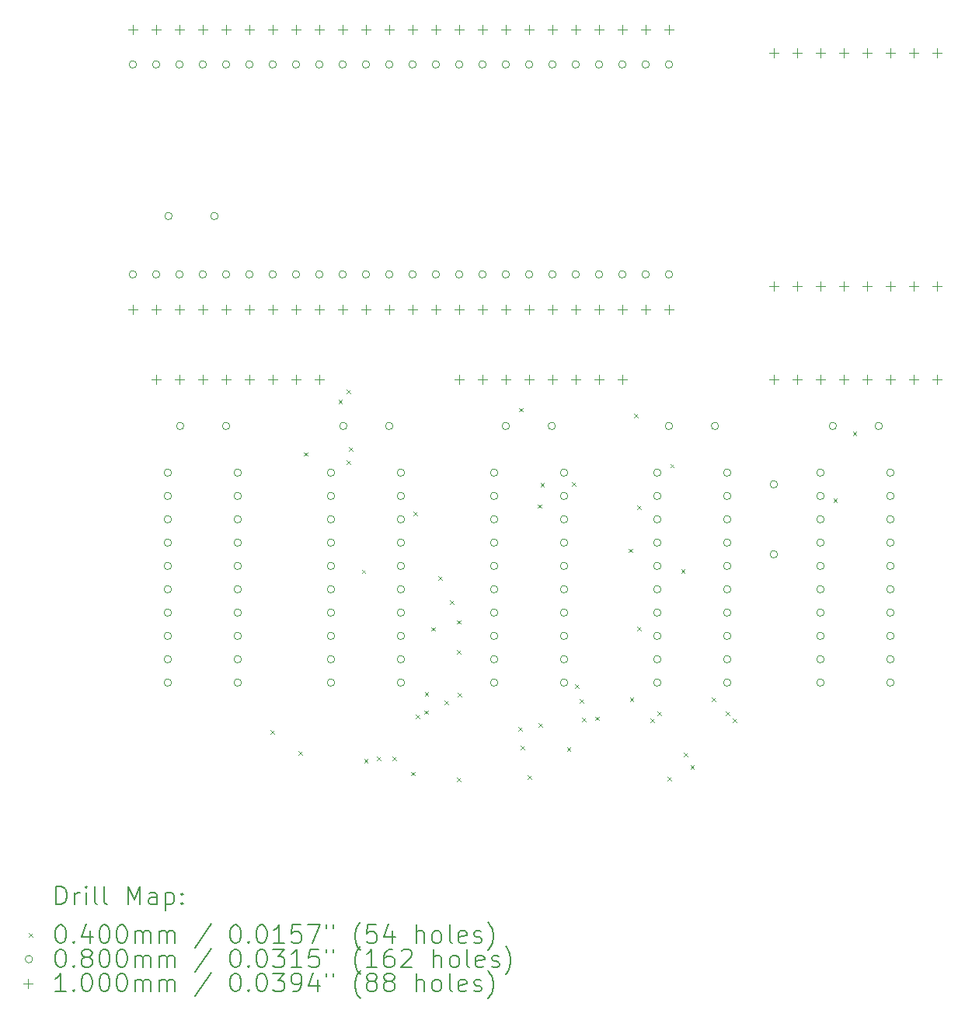
<source format=gbr>
%TF.GenerationSoftware,KiCad,Pcbnew,(6.0.9)*%
%TF.CreationDate,2023-03-08T22:08:51+01:00*%
%TF.ProjectId,03_Cartucho_MSX_Tang_Nano_9k_Breakout,30335f43-6172-4747-9563-686f5f4d5358,rev?*%
%TF.SameCoordinates,Original*%
%TF.FileFunction,Drillmap*%
%TF.FilePolarity,Positive*%
%FSLAX45Y45*%
G04 Gerber Fmt 4.5, Leading zero omitted, Abs format (unit mm)*
G04 Created by KiCad (PCBNEW (6.0.9)) date 2023-03-08 22:08:51*
%MOMM*%
%LPD*%
G01*
G04 APERTURE LIST*
%ADD10C,0.200000*%
%ADD11C,0.040000*%
%ADD12C,0.080000*%
%ADD13C,0.100000*%
G04 APERTURE END LIST*
D10*
D11*
X8232630Y-12710550D02*
X8272630Y-12750550D01*
X8272630Y-12710550D02*
X8232630Y-12750550D01*
X8533910Y-12940400D02*
X8573910Y-12980400D01*
X8573910Y-12940400D02*
X8533910Y-12980400D01*
X8597960Y-9685490D02*
X8637960Y-9725490D01*
X8637960Y-9685490D02*
X8597960Y-9725490D01*
X8971140Y-9111320D02*
X9011140Y-9151320D01*
X9011140Y-9111320D02*
X8971140Y-9151320D01*
X9058510Y-9001020D02*
X9098510Y-9041020D01*
X9098510Y-9001020D02*
X9058510Y-9041020D01*
X9058550Y-9775670D02*
X9098550Y-9815670D01*
X9098550Y-9775670D02*
X9058550Y-9815670D01*
X9086830Y-9627670D02*
X9126830Y-9667670D01*
X9126830Y-9627670D02*
X9086830Y-9667670D01*
X9225840Y-10962260D02*
X9265840Y-11002260D01*
X9265840Y-10962260D02*
X9225840Y-11002260D01*
X9251000Y-13022150D02*
X9291000Y-13062150D01*
X9291000Y-13022150D02*
X9251000Y-13062150D01*
X9392070Y-12999060D02*
X9432070Y-13039060D01*
X9432070Y-12999060D02*
X9392070Y-13039060D01*
X9562150Y-13000550D02*
X9602150Y-13040550D01*
X9602150Y-13000550D02*
X9562150Y-13040550D01*
X9760840Y-13164850D02*
X9800840Y-13204850D01*
X9800840Y-13164850D02*
X9760840Y-13204850D01*
X9786980Y-10330810D02*
X9826980Y-10370810D01*
X9826980Y-10330810D02*
X9786980Y-10370810D01*
X9811720Y-12541920D02*
X9851720Y-12581920D01*
X9851720Y-12541920D02*
X9811720Y-12581920D01*
X9906670Y-12495430D02*
X9946670Y-12535430D01*
X9946670Y-12495430D02*
X9906670Y-12535430D01*
X9911120Y-12298030D02*
X9951120Y-12338030D01*
X9951120Y-12298030D02*
X9911120Y-12338030D01*
X9985660Y-11590220D02*
X10025660Y-11630220D01*
X10025660Y-11590220D02*
X9985660Y-11630220D01*
X10059320Y-11033690D02*
X10099320Y-11073690D01*
X10099320Y-11033690D02*
X10059320Y-11073690D01*
X10129550Y-12391770D02*
X10169550Y-12431770D01*
X10169550Y-12391770D02*
X10129550Y-12431770D01*
X10187550Y-11297480D02*
X10227550Y-11337480D01*
X10227550Y-11297480D02*
X10187550Y-11337480D01*
X10260060Y-11512510D02*
X10300060Y-11552510D01*
X10300060Y-11512510D02*
X10260060Y-11552510D01*
X10260620Y-11840120D02*
X10300620Y-11880120D01*
X10300620Y-11840120D02*
X10260620Y-11880120D01*
X10264190Y-13226840D02*
X10304190Y-13266840D01*
X10304190Y-13226840D02*
X10264190Y-13266840D01*
X10274330Y-12307260D02*
X10314330Y-12347260D01*
X10314330Y-12307260D02*
X10274330Y-12347260D01*
X10930730Y-12677550D02*
X10970730Y-12717550D01*
X10970730Y-12677550D02*
X10930730Y-12717550D01*
X10942670Y-9201700D02*
X10982670Y-9241700D01*
X10982670Y-9201700D02*
X10942670Y-9241700D01*
X10959920Y-12878080D02*
X10999920Y-12918080D01*
X10999920Y-12878080D02*
X10959920Y-12918080D01*
X11032430Y-13199680D02*
X11072430Y-13239680D01*
X11072430Y-13199680D02*
X11032430Y-13239680D01*
X11142590Y-10252520D02*
X11182590Y-10292520D01*
X11182590Y-10252520D02*
X11142590Y-10292520D01*
X11149750Y-12634370D02*
X11189750Y-12674370D01*
X11189750Y-12634370D02*
X11149750Y-12674370D01*
X11173240Y-10017380D02*
X11213240Y-10057380D01*
X11213240Y-10017380D02*
X11173240Y-10057380D01*
X11460980Y-12899410D02*
X11500980Y-12939410D01*
X11500980Y-12899410D02*
X11460980Y-12939410D01*
X11516260Y-10013000D02*
X11556260Y-10053000D01*
X11556260Y-10013000D02*
X11516260Y-10053000D01*
X11552410Y-12211070D02*
X11592410Y-12251070D01*
X11592410Y-12211070D02*
X11552410Y-12251070D01*
X11599920Y-12371370D02*
X11639920Y-12411370D01*
X11639920Y-12371370D02*
X11599920Y-12411370D01*
X11625340Y-12576860D02*
X11665340Y-12616860D01*
X11665340Y-12576860D02*
X11625340Y-12616860D01*
X11770550Y-12563850D02*
X11810550Y-12603850D01*
X11810550Y-12563850D02*
X11770550Y-12603850D01*
X12131240Y-10734930D02*
X12171240Y-10774930D01*
X12171240Y-10734930D02*
X12131240Y-10774930D01*
X12145960Y-12354950D02*
X12185960Y-12394950D01*
X12185960Y-12354950D02*
X12145960Y-12394950D01*
X12195110Y-9268230D02*
X12235110Y-9308230D01*
X12235110Y-9268230D02*
X12195110Y-9308230D01*
X12224310Y-11588010D02*
X12264310Y-11628010D01*
X12264310Y-11588010D02*
X12224310Y-11628010D01*
X12224970Y-10267000D02*
X12264970Y-10307000D01*
X12264970Y-10267000D02*
X12224970Y-10307000D01*
X12374060Y-12585920D02*
X12414060Y-12625920D01*
X12414060Y-12585920D02*
X12374060Y-12625920D01*
X12447780Y-12508170D02*
X12487780Y-12548170D01*
X12487780Y-12508170D02*
X12447780Y-12548170D01*
X12556430Y-13216440D02*
X12596430Y-13256440D01*
X12596430Y-13216440D02*
X12556430Y-13256440D01*
X12587610Y-9811850D02*
X12627610Y-9851850D01*
X12627610Y-9811850D02*
X12587610Y-9851850D01*
X12705380Y-10960080D02*
X12745380Y-11000080D01*
X12745380Y-10960080D02*
X12705380Y-11000080D01*
X12735080Y-12959690D02*
X12775080Y-12999690D01*
X12775080Y-12959690D02*
X12735080Y-12999690D01*
X12808310Y-13091560D02*
X12848310Y-13131560D01*
X12848310Y-13091560D02*
X12808310Y-13131560D01*
X13039880Y-12354950D02*
X13079880Y-12394950D01*
X13079880Y-12354950D02*
X13039880Y-12394950D01*
X13193330Y-12508170D02*
X13233330Y-12548170D01*
X13233330Y-12508170D02*
X13193330Y-12548170D01*
X13271060Y-12585920D02*
X13311060Y-12625920D01*
X13311060Y-12585920D02*
X13271060Y-12625920D01*
X14364040Y-10190190D02*
X14404040Y-10230190D01*
X14404040Y-10190190D02*
X14364040Y-10230190D01*
X14577550Y-9459740D02*
X14617550Y-9499740D01*
X14617550Y-9459740D02*
X14577550Y-9499740D01*
D12*
X6771000Y-5461000D02*
G75*
G03*
X6771000Y-5461000I-40000J0D01*
G01*
X6771000Y-7747000D02*
G75*
G03*
X6771000Y-7747000I-40000J0D01*
G01*
X7025000Y-5461000D02*
G75*
G03*
X7025000Y-5461000I-40000J0D01*
G01*
X7025000Y-7747000D02*
G75*
G03*
X7025000Y-7747000I-40000J0D01*
G01*
X7152000Y-9906000D02*
G75*
G03*
X7152000Y-9906000I-40000J0D01*
G01*
X7152000Y-10160000D02*
G75*
G03*
X7152000Y-10160000I-40000J0D01*
G01*
X7152000Y-10414000D02*
G75*
G03*
X7152000Y-10414000I-40000J0D01*
G01*
X7152000Y-10668000D02*
G75*
G03*
X7152000Y-10668000I-40000J0D01*
G01*
X7152000Y-10922000D02*
G75*
G03*
X7152000Y-10922000I-40000J0D01*
G01*
X7152000Y-11176000D02*
G75*
G03*
X7152000Y-11176000I-40000J0D01*
G01*
X7152000Y-11430000D02*
G75*
G03*
X7152000Y-11430000I-40000J0D01*
G01*
X7152000Y-11684000D02*
G75*
G03*
X7152000Y-11684000I-40000J0D01*
G01*
X7152000Y-11938000D02*
G75*
G03*
X7152000Y-11938000I-40000J0D01*
G01*
X7152000Y-12192000D02*
G75*
G03*
X7152000Y-12192000I-40000J0D01*
G01*
X7160000Y-7112000D02*
G75*
G03*
X7160000Y-7112000I-40000J0D01*
G01*
X7279000Y-5461000D02*
G75*
G03*
X7279000Y-5461000I-40000J0D01*
G01*
X7279000Y-7747000D02*
G75*
G03*
X7279000Y-7747000I-40000J0D01*
G01*
X7287000Y-9398000D02*
G75*
G03*
X7287000Y-9398000I-40000J0D01*
G01*
X7533000Y-5461000D02*
G75*
G03*
X7533000Y-5461000I-40000J0D01*
G01*
X7533000Y-7747000D02*
G75*
G03*
X7533000Y-7747000I-40000J0D01*
G01*
X7660000Y-7112000D02*
G75*
G03*
X7660000Y-7112000I-40000J0D01*
G01*
X7787000Y-5461000D02*
G75*
G03*
X7787000Y-5461000I-40000J0D01*
G01*
X7787000Y-7747000D02*
G75*
G03*
X7787000Y-7747000I-40000J0D01*
G01*
X7787000Y-9398000D02*
G75*
G03*
X7787000Y-9398000I-40000J0D01*
G01*
X7914000Y-9906000D02*
G75*
G03*
X7914000Y-9906000I-40000J0D01*
G01*
X7914000Y-10160000D02*
G75*
G03*
X7914000Y-10160000I-40000J0D01*
G01*
X7914000Y-10414000D02*
G75*
G03*
X7914000Y-10414000I-40000J0D01*
G01*
X7914000Y-10668000D02*
G75*
G03*
X7914000Y-10668000I-40000J0D01*
G01*
X7914000Y-10922000D02*
G75*
G03*
X7914000Y-10922000I-40000J0D01*
G01*
X7914000Y-11176000D02*
G75*
G03*
X7914000Y-11176000I-40000J0D01*
G01*
X7914000Y-11430000D02*
G75*
G03*
X7914000Y-11430000I-40000J0D01*
G01*
X7914000Y-11684000D02*
G75*
G03*
X7914000Y-11684000I-40000J0D01*
G01*
X7914000Y-11938000D02*
G75*
G03*
X7914000Y-11938000I-40000J0D01*
G01*
X7914000Y-12192000D02*
G75*
G03*
X7914000Y-12192000I-40000J0D01*
G01*
X8041000Y-5461000D02*
G75*
G03*
X8041000Y-5461000I-40000J0D01*
G01*
X8041000Y-7747000D02*
G75*
G03*
X8041000Y-7747000I-40000J0D01*
G01*
X8295000Y-5461000D02*
G75*
G03*
X8295000Y-5461000I-40000J0D01*
G01*
X8295000Y-7747000D02*
G75*
G03*
X8295000Y-7747000I-40000J0D01*
G01*
X8549000Y-5461000D02*
G75*
G03*
X8549000Y-5461000I-40000J0D01*
G01*
X8549000Y-7747000D02*
G75*
G03*
X8549000Y-7747000I-40000J0D01*
G01*
X8803000Y-5461000D02*
G75*
G03*
X8803000Y-5461000I-40000J0D01*
G01*
X8803000Y-7747000D02*
G75*
G03*
X8803000Y-7747000I-40000J0D01*
G01*
X8930000Y-9906000D02*
G75*
G03*
X8930000Y-9906000I-40000J0D01*
G01*
X8930000Y-10160000D02*
G75*
G03*
X8930000Y-10160000I-40000J0D01*
G01*
X8930000Y-10414000D02*
G75*
G03*
X8930000Y-10414000I-40000J0D01*
G01*
X8930000Y-10668000D02*
G75*
G03*
X8930000Y-10668000I-40000J0D01*
G01*
X8930000Y-10922000D02*
G75*
G03*
X8930000Y-10922000I-40000J0D01*
G01*
X8930000Y-11176000D02*
G75*
G03*
X8930000Y-11176000I-40000J0D01*
G01*
X8930000Y-11430000D02*
G75*
G03*
X8930000Y-11430000I-40000J0D01*
G01*
X8930000Y-11684000D02*
G75*
G03*
X8930000Y-11684000I-40000J0D01*
G01*
X8930000Y-11938000D02*
G75*
G03*
X8930000Y-11938000I-40000J0D01*
G01*
X8930000Y-12192000D02*
G75*
G03*
X8930000Y-12192000I-40000J0D01*
G01*
X9057000Y-5461000D02*
G75*
G03*
X9057000Y-5461000I-40000J0D01*
G01*
X9057000Y-7747000D02*
G75*
G03*
X9057000Y-7747000I-40000J0D01*
G01*
X9065000Y-9398000D02*
G75*
G03*
X9065000Y-9398000I-40000J0D01*
G01*
X9311000Y-5461000D02*
G75*
G03*
X9311000Y-5461000I-40000J0D01*
G01*
X9311000Y-7747000D02*
G75*
G03*
X9311000Y-7747000I-40000J0D01*
G01*
X9565000Y-5461000D02*
G75*
G03*
X9565000Y-5461000I-40000J0D01*
G01*
X9565000Y-7747000D02*
G75*
G03*
X9565000Y-7747000I-40000J0D01*
G01*
X9565000Y-9398000D02*
G75*
G03*
X9565000Y-9398000I-40000J0D01*
G01*
X9692000Y-9906000D02*
G75*
G03*
X9692000Y-9906000I-40000J0D01*
G01*
X9692000Y-10160000D02*
G75*
G03*
X9692000Y-10160000I-40000J0D01*
G01*
X9692000Y-10414000D02*
G75*
G03*
X9692000Y-10414000I-40000J0D01*
G01*
X9692000Y-10668000D02*
G75*
G03*
X9692000Y-10668000I-40000J0D01*
G01*
X9692000Y-10922000D02*
G75*
G03*
X9692000Y-10922000I-40000J0D01*
G01*
X9692000Y-11176000D02*
G75*
G03*
X9692000Y-11176000I-40000J0D01*
G01*
X9692000Y-11430000D02*
G75*
G03*
X9692000Y-11430000I-40000J0D01*
G01*
X9692000Y-11684000D02*
G75*
G03*
X9692000Y-11684000I-40000J0D01*
G01*
X9692000Y-11938000D02*
G75*
G03*
X9692000Y-11938000I-40000J0D01*
G01*
X9692000Y-12192000D02*
G75*
G03*
X9692000Y-12192000I-40000J0D01*
G01*
X9819000Y-5461000D02*
G75*
G03*
X9819000Y-5461000I-40000J0D01*
G01*
X9819000Y-7747000D02*
G75*
G03*
X9819000Y-7747000I-40000J0D01*
G01*
X10073000Y-5461000D02*
G75*
G03*
X10073000Y-5461000I-40000J0D01*
G01*
X10073000Y-7747000D02*
G75*
G03*
X10073000Y-7747000I-40000J0D01*
G01*
X10327000Y-5461000D02*
G75*
G03*
X10327000Y-5461000I-40000J0D01*
G01*
X10327000Y-7747000D02*
G75*
G03*
X10327000Y-7747000I-40000J0D01*
G01*
X10581000Y-5461000D02*
G75*
G03*
X10581000Y-5461000I-40000J0D01*
G01*
X10581000Y-7747000D02*
G75*
G03*
X10581000Y-7747000I-40000J0D01*
G01*
X10708000Y-9906000D02*
G75*
G03*
X10708000Y-9906000I-40000J0D01*
G01*
X10708000Y-10160000D02*
G75*
G03*
X10708000Y-10160000I-40000J0D01*
G01*
X10708000Y-10414000D02*
G75*
G03*
X10708000Y-10414000I-40000J0D01*
G01*
X10708000Y-10668000D02*
G75*
G03*
X10708000Y-10668000I-40000J0D01*
G01*
X10708000Y-10922000D02*
G75*
G03*
X10708000Y-10922000I-40000J0D01*
G01*
X10708000Y-11176000D02*
G75*
G03*
X10708000Y-11176000I-40000J0D01*
G01*
X10708000Y-11430000D02*
G75*
G03*
X10708000Y-11430000I-40000J0D01*
G01*
X10708000Y-11684000D02*
G75*
G03*
X10708000Y-11684000I-40000J0D01*
G01*
X10708000Y-11938000D02*
G75*
G03*
X10708000Y-11938000I-40000J0D01*
G01*
X10708000Y-12192000D02*
G75*
G03*
X10708000Y-12192000I-40000J0D01*
G01*
X10835000Y-5461000D02*
G75*
G03*
X10835000Y-5461000I-40000J0D01*
G01*
X10835000Y-7747000D02*
G75*
G03*
X10835000Y-7747000I-40000J0D01*
G01*
X10835000Y-9398000D02*
G75*
G03*
X10835000Y-9398000I-40000J0D01*
G01*
X11089000Y-5461000D02*
G75*
G03*
X11089000Y-5461000I-40000J0D01*
G01*
X11089000Y-7747000D02*
G75*
G03*
X11089000Y-7747000I-40000J0D01*
G01*
X11335000Y-9398000D02*
G75*
G03*
X11335000Y-9398000I-40000J0D01*
G01*
X11343000Y-5461000D02*
G75*
G03*
X11343000Y-5461000I-40000J0D01*
G01*
X11343000Y-7747000D02*
G75*
G03*
X11343000Y-7747000I-40000J0D01*
G01*
X11470000Y-9906000D02*
G75*
G03*
X11470000Y-9906000I-40000J0D01*
G01*
X11470000Y-10160000D02*
G75*
G03*
X11470000Y-10160000I-40000J0D01*
G01*
X11470000Y-10414000D02*
G75*
G03*
X11470000Y-10414000I-40000J0D01*
G01*
X11470000Y-10668000D02*
G75*
G03*
X11470000Y-10668000I-40000J0D01*
G01*
X11470000Y-10922000D02*
G75*
G03*
X11470000Y-10922000I-40000J0D01*
G01*
X11470000Y-11176000D02*
G75*
G03*
X11470000Y-11176000I-40000J0D01*
G01*
X11470000Y-11430000D02*
G75*
G03*
X11470000Y-11430000I-40000J0D01*
G01*
X11470000Y-11684000D02*
G75*
G03*
X11470000Y-11684000I-40000J0D01*
G01*
X11470000Y-11938000D02*
G75*
G03*
X11470000Y-11938000I-40000J0D01*
G01*
X11470000Y-12192000D02*
G75*
G03*
X11470000Y-12192000I-40000J0D01*
G01*
X11597000Y-5461000D02*
G75*
G03*
X11597000Y-5461000I-40000J0D01*
G01*
X11597000Y-7747000D02*
G75*
G03*
X11597000Y-7747000I-40000J0D01*
G01*
X11851000Y-5461000D02*
G75*
G03*
X11851000Y-5461000I-40000J0D01*
G01*
X11851000Y-7747000D02*
G75*
G03*
X11851000Y-7747000I-40000J0D01*
G01*
X12105000Y-5461000D02*
G75*
G03*
X12105000Y-5461000I-40000J0D01*
G01*
X12105000Y-7747000D02*
G75*
G03*
X12105000Y-7747000I-40000J0D01*
G01*
X12359000Y-5461000D02*
G75*
G03*
X12359000Y-5461000I-40000J0D01*
G01*
X12359000Y-7747000D02*
G75*
G03*
X12359000Y-7747000I-40000J0D01*
G01*
X12486000Y-9906000D02*
G75*
G03*
X12486000Y-9906000I-40000J0D01*
G01*
X12486000Y-10160000D02*
G75*
G03*
X12486000Y-10160000I-40000J0D01*
G01*
X12486000Y-10414000D02*
G75*
G03*
X12486000Y-10414000I-40000J0D01*
G01*
X12486000Y-10668000D02*
G75*
G03*
X12486000Y-10668000I-40000J0D01*
G01*
X12486000Y-10922000D02*
G75*
G03*
X12486000Y-10922000I-40000J0D01*
G01*
X12486000Y-11176000D02*
G75*
G03*
X12486000Y-11176000I-40000J0D01*
G01*
X12486000Y-11430000D02*
G75*
G03*
X12486000Y-11430000I-40000J0D01*
G01*
X12486000Y-11684000D02*
G75*
G03*
X12486000Y-11684000I-40000J0D01*
G01*
X12486000Y-11938000D02*
G75*
G03*
X12486000Y-11938000I-40000J0D01*
G01*
X12486000Y-12192000D02*
G75*
G03*
X12486000Y-12192000I-40000J0D01*
G01*
X12613000Y-5461000D02*
G75*
G03*
X12613000Y-5461000I-40000J0D01*
G01*
X12613000Y-7747000D02*
G75*
G03*
X12613000Y-7747000I-40000J0D01*
G01*
X12613000Y-9398000D02*
G75*
G03*
X12613000Y-9398000I-40000J0D01*
G01*
X13113000Y-9398000D02*
G75*
G03*
X13113000Y-9398000I-40000J0D01*
G01*
X13248000Y-9906000D02*
G75*
G03*
X13248000Y-9906000I-40000J0D01*
G01*
X13248000Y-10160000D02*
G75*
G03*
X13248000Y-10160000I-40000J0D01*
G01*
X13248000Y-10414000D02*
G75*
G03*
X13248000Y-10414000I-40000J0D01*
G01*
X13248000Y-10668000D02*
G75*
G03*
X13248000Y-10668000I-40000J0D01*
G01*
X13248000Y-10922000D02*
G75*
G03*
X13248000Y-10922000I-40000J0D01*
G01*
X13248000Y-11176000D02*
G75*
G03*
X13248000Y-11176000I-40000J0D01*
G01*
X13248000Y-11430000D02*
G75*
G03*
X13248000Y-11430000I-40000J0D01*
G01*
X13248000Y-11684000D02*
G75*
G03*
X13248000Y-11684000I-40000J0D01*
G01*
X13248000Y-11938000D02*
G75*
G03*
X13248000Y-11938000I-40000J0D01*
G01*
X13248000Y-12192000D02*
G75*
G03*
X13248000Y-12192000I-40000J0D01*
G01*
X13756000Y-10033000D02*
G75*
G03*
X13756000Y-10033000I-40000J0D01*
G01*
X13756000Y-10795000D02*
G75*
G03*
X13756000Y-10795000I-40000J0D01*
G01*
X14264000Y-9906000D02*
G75*
G03*
X14264000Y-9906000I-40000J0D01*
G01*
X14264000Y-10160000D02*
G75*
G03*
X14264000Y-10160000I-40000J0D01*
G01*
X14264000Y-10414000D02*
G75*
G03*
X14264000Y-10414000I-40000J0D01*
G01*
X14264000Y-10668000D02*
G75*
G03*
X14264000Y-10668000I-40000J0D01*
G01*
X14264000Y-10922000D02*
G75*
G03*
X14264000Y-10922000I-40000J0D01*
G01*
X14264000Y-11176000D02*
G75*
G03*
X14264000Y-11176000I-40000J0D01*
G01*
X14264000Y-11430000D02*
G75*
G03*
X14264000Y-11430000I-40000J0D01*
G01*
X14264000Y-11684000D02*
G75*
G03*
X14264000Y-11684000I-40000J0D01*
G01*
X14264000Y-11938000D02*
G75*
G03*
X14264000Y-11938000I-40000J0D01*
G01*
X14264000Y-12192000D02*
G75*
G03*
X14264000Y-12192000I-40000J0D01*
G01*
X14399000Y-9398000D02*
G75*
G03*
X14399000Y-9398000I-40000J0D01*
G01*
X14899000Y-9398000D02*
G75*
G03*
X14899000Y-9398000I-40000J0D01*
G01*
X15026000Y-9906000D02*
G75*
G03*
X15026000Y-9906000I-40000J0D01*
G01*
X15026000Y-10160000D02*
G75*
G03*
X15026000Y-10160000I-40000J0D01*
G01*
X15026000Y-10414000D02*
G75*
G03*
X15026000Y-10414000I-40000J0D01*
G01*
X15026000Y-10668000D02*
G75*
G03*
X15026000Y-10668000I-40000J0D01*
G01*
X15026000Y-10922000D02*
G75*
G03*
X15026000Y-10922000I-40000J0D01*
G01*
X15026000Y-11176000D02*
G75*
G03*
X15026000Y-11176000I-40000J0D01*
G01*
X15026000Y-11430000D02*
G75*
G03*
X15026000Y-11430000I-40000J0D01*
G01*
X15026000Y-11684000D02*
G75*
G03*
X15026000Y-11684000I-40000J0D01*
G01*
X15026000Y-11938000D02*
G75*
G03*
X15026000Y-11938000I-40000J0D01*
G01*
X15026000Y-12192000D02*
G75*
G03*
X15026000Y-12192000I-40000J0D01*
G01*
D13*
X6731000Y-5030000D02*
X6731000Y-5130000D01*
X6681000Y-5080000D02*
X6781000Y-5080000D01*
X6731000Y-8080500D02*
X6731000Y-8180500D01*
X6681000Y-8130500D02*
X6781000Y-8130500D01*
X6985000Y-5030000D02*
X6985000Y-5130000D01*
X6935000Y-5080000D02*
X7035000Y-5080000D01*
X6985000Y-8080500D02*
X6985000Y-8180500D01*
X6935000Y-8130500D02*
X7035000Y-8130500D01*
X6985000Y-8840000D02*
X6985000Y-8940000D01*
X6935000Y-8890000D02*
X7035000Y-8890000D01*
X7239000Y-5030000D02*
X7239000Y-5130000D01*
X7189000Y-5080000D02*
X7289000Y-5080000D01*
X7239000Y-8080500D02*
X7239000Y-8180500D01*
X7189000Y-8130500D02*
X7289000Y-8130500D01*
X7239000Y-8840000D02*
X7239000Y-8940000D01*
X7189000Y-8890000D02*
X7289000Y-8890000D01*
X7493000Y-5030000D02*
X7493000Y-5130000D01*
X7443000Y-5080000D02*
X7543000Y-5080000D01*
X7493000Y-8080500D02*
X7493000Y-8180500D01*
X7443000Y-8130500D02*
X7543000Y-8130500D01*
X7493000Y-8840000D02*
X7493000Y-8940000D01*
X7443000Y-8890000D02*
X7543000Y-8890000D01*
X7747000Y-5030000D02*
X7747000Y-5130000D01*
X7697000Y-5080000D02*
X7797000Y-5080000D01*
X7747000Y-8080500D02*
X7747000Y-8180500D01*
X7697000Y-8130500D02*
X7797000Y-8130500D01*
X7747000Y-8840000D02*
X7747000Y-8940000D01*
X7697000Y-8890000D02*
X7797000Y-8890000D01*
X8001000Y-5030000D02*
X8001000Y-5130000D01*
X7951000Y-5080000D02*
X8051000Y-5080000D01*
X8001000Y-8080500D02*
X8001000Y-8180500D01*
X7951000Y-8130500D02*
X8051000Y-8130500D01*
X8001000Y-8840000D02*
X8001000Y-8940000D01*
X7951000Y-8890000D02*
X8051000Y-8890000D01*
X8255000Y-5030000D02*
X8255000Y-5130000D01*
X8205000Y-5080000D02*
X8305000Y-5080000D01*
X8255000Y-8080500D02*
X8255000Y-8180500D01*
X8205000Y-8130500D02*
X8305000Y-8130500D01*
X8255000Y-8840000D02*
X8255000Y-8940000D01*
X8205000Y-8890000D02*
X8305000Y-8890000D01*
X8509000Y-5030000D02*
X8509000Y-5130000D01*
X8459000Y-5080000D02*
X8559000Y-5080000D01*
X8509000Y-8080500D02*
X8509000Y-8180500D01*
X8459000Y-8130500D02*
X8559000Y-8130500D01*
X8509000Y-8840000D02*
X8509000Y-8940000D01*
X8459000Y-8890000D02*
X8559000Y-8890000D01*
X8763000Y-5030000D02*
X8763000Y-5130000D01*
X8713000Y-5080000D02*
X8813000Y-5080000D01*
X8763000Y-8080500D02*
X8763000Y-8180500D01*
X8713000Y-8130500D02*
X8813000Y-8130500D01*
X8763000Y-8840000D02*
X8763000Y-8940000D01*
X8713000Y-8890000D02*
X8813000Y-8890000D01*
X9017000Y-5030000D02*
X9017000Y-5130000D01*
X8967000Y-5080000D02*
X9067000Y-5080000D01*
X9017000Y-8080500D02*
X9017000Y-8180500D01*
X8967000Y-8130500D02*
X9067000Y-8130500D01*
X9271000Y-5030000D02*
X9271000Y-5130000D01*
X9221000Y-5080000D02*
X9321000Y-5080000D01*
X9271000Y-8080500D02*
X9271000Y-8180500D01*
X9221000Y-8130500D02*
X9321000Y-8130500D01*
X9525000Y-5030000D02*
X9525000Y-5130000D01*
X9475000Y-5080000D02*
X9575000Y-5080000D01*
X9525000Y-8080500D02*
X9525000Y-8180500D01*
X9475000Y-8130500D02*
X9575000Y-8130500D01*
X9779000Y-5030000D02*
X9779000Y-5130000D01*
X9729000Y-5080000D02*
X9829000Y-5080000D01*
X9779000Y-8080500D02*
X9779000Y-8180500D01*
X9729000Y-8130500D02*
X9829000Y-8130500D01*
X10033000Y-5030000D02*
X10033000Y-5130000D01*
X9983000Y-5080000D02*
X10083000Y-5080000D01*
X10033000Y-8080500D02*
X10033000Y-8180500D01*
X9983000Y-8130500D02*
X10083000Y-8130500D01*
X10287000Y-5030000D02*
X10287000Y-5130000D01*
X10237000Y-5080000D02*
X10337000Y-5080000D01*
X10287000Y-8080500D02*
X10287000Y-8180500D01*
X10237000Y-8130500D02*
X10337000Y-8130500D01*
X10287000Y-8840000D02*
X10287000Y-8940000D01*
X10237000Y-8890000D02*
X10337000Y-8890000D01*
X10541000Y-5030000D02*
X10541000Y-5130000D01*
X10491000Y-5080000D02*
X10591000Y-5080000D01*
X10541000Y-8080500D02*
X10541000Y-8180500D01*
X10491000Y-8130500D02*
X10591000Y-8130500D01*
X10541000Y-8840000D02*
X10541000Y-8940000D01*
X10491000Y-8890000D02*
X10591000Y-8890000D01*
X10795000Y-5030000D02*
X10795000Y-5130000D01*
X10745000Y-5080000D02*
X10845000Y-5080000D01*
X10795000Y-8080500D02*
X10795000Y-8180500D01*
X10745000Y-8130500D02*
X10845000Y-8130500D01*
X10795000Y-8840000D02*
X10795000Y-8940000D01*
X10745000Y-8890000D02*
X10845000Y-8890000D01*
X11049000Y-5030000D02*
X11049000Y-5130000D01*
X10999000Y-5080000D02*
X11099000Y-5080000D01*
X11049000Y-8080500D02*
X11049000Y-8180500D01*
X10999000Y-8130500D02*
X11099000Y-8130500D01*
X11049000Y-8840000D02*
X11049000Y-8940000D01*
X10999000Y-8890000D02*
X11099000Y-8890000D01*
X11303000Y-5030000D02*
X11303000Y-5130000D01*
X11253000Y-5080000D02*
X11353000Y-5080000D01*
X11303000Y-8080500D02*
X11303000Y-8180500D01*
X11253000Y-8130500D02*
X11353000Y-8130500D01*
X11303000Y-8840000D02*
X11303000Y-8940000D01*
X11253000Y-8890000D02*
X11353000Y-8890000D01*
X11557000Y-5030000D02*
X11557000Y-5130000D01*
X11507000Y-5080000D02*
X11607000Y-5080000D01*
X11557000Y-8080500D02*
X11557000Y-8180500D01*
X11507000Y-8130500D02*
X11607000Y-8130500D01*
X11557000Y-8840000D02*
X11557000Y-8940000D01*
X11507000Y-8890000D02*
X11607000Y-8890000D01*
X11811000Y-5030000D02*
X11811000Y-5130000D01*
X11761000Y-5080000D02*
X11861000Y-5080000D01*
X11811000Y-8080500D02*
X11811000Y-8180500D01*
X11761000Y-8130500D02*
X11861000Y-8130500D01*
X11811000Y-8840000D02*
X11811000Y-8940000D01*
X11761000Y-8890000D02*
X11861000Y-8890000D01*
X12065000Y-5030000D02*
X12065000Y-5130000D01*
X12015000Y-5080000D02*
X12115000Y-5080000D01*
X12065000Y-8080500D02*
X12065000Y-8180500D01*
X12015000Y-8130500D02*
X12115000Y-8130500D01*
X12065000Y-8840000D02*
X12065000Y-8940000D01*
X12015000Y-8890000D02*
X12115000Y-8890000D01*
X12319000Y-5030000D02*
X12319000Y-5130000D01*
X12269000Y-5080000D02*
X12369000Y-5080000D01*
X12319000Y-8080500D02*
X12319000Y-8180500D01*
X12269000Y-8130500D02*
X12369000Y-8130500D01*
X12573000Y-5030000D02*
X12573000Y-5130000D01*
X12523000Y-5080000D02*
X12623000Y-5080000D01*
X12573000Y-8080500D02*
X12573000Y-8180500D01*
X12523000Y-8130500D02*
X12623000Y-8130500D01*
X13716000Y-5284000D02*
X13716000Y-5384000D01*
X13666000Y-5334000D02*
X13766000Y-5334000D01*
X13716000Y-7824000D02*
X13716000Y-7924000D01*
X13666000Y-7874000D02*
X13766000Y-7874000D01*
X13716000Y-8840000D02*
X13716000Y-8940000D01*
X13666000Y-8890000D02*
X13766000Y-8890000D01*
X13970000Y-5284000D02*
X13970000Y-5384000D01*
X13920000Y-5334000D02*
X14020000Y-5334000D01*
X13970000Y-7824000D02*
X13970000Y-7924000D01*
X13920000Y-7874000D02*
X14020000Y-7874000D01*
X13970000Y-8840000D02*
X13970000Y-8940000D01*
X13920000Y-8890000D02*
X14020000Y-8890000D01*
X14224000Y-5284000D02*
X14224000Y-5384000D01*
X14174000Y-5334000D02*
X14274000Y-5334000D01*
X14224000Y-7824000D02*
X14224000Y-7924000D01*
X14174000Y-7874000D02*
X14274000Y-7874000D01*
X14224000Y-8840000D02*
X14224000Y-8940000D01*
X14174000Y-8890000D02*
X14274000Y-8890000D01*
X14478000Y-5284000D02*
X14478000Y-5384000D01*
X14428000Y-5334000D02*
X14528000Y-5334000D01*
X14478000Y-7824000D02*
X14478000Y-7924000D01*
X14428000Y-7874000D02*
X14528000Y-7874000D01*
X14478000Y-8840000D02*
X14478000Y-8940000D01*
X14428000Y-8890000D02*
X14528000Y-8890000D01*
X14732000Y-5284000D02*
X14732000Y-5384000D01*
X14682000Y-5334000D02*
X14782000Y-5334000D01*
X14732000Y-7824000D02*
X14732000Y-7924000D01*
X14682000Y-7874000D02*
X14782000Y-7874000D01*
X14732000Y-8840000D02*
X14732000Y-8940000D01*
X14682000Y-8890000D02*
X14782000Y-8890000D01*
X14986000Y-5284000D02*
X14986000Y-5384000D01*
X14936000Y-5334000D02*
X15036000Y-5334000D01*
X14986000Y-7824000D02*
X14986000Y-7924000D01*
X14936000Y-7874000D02*
X15036000Y-7874000D01*
X14986000Y-8840000D02*
X14986000Y-8940000D01*
X14936000Y-8890000D02*
X15036000Y-8890000D01*
X15240000Y-5284000D02*
X15240000Y-5384000D01*
X15190000Y-5334000D02*
X15290000Y-5334000D01*
X15240000Y-7824000D02*
X15240000Y-7924000D01*
X15190000Y-7874000D02*
X15290000Y-7874000D01*
X15240000Y-8840000D02*
X15240000Y-8940000D01*
X15190000Y-8890000D02*
X15290000Y-8890000D01*
X15494000Y-5284000D02*
X15494000Y-5384000D01*
X15444000Y-5334000D02*
X15544000Y-5334000D01*
X15494000Y-7824000D02*
X15494000Y-7924000D01*
X15444000Y-7874000D02*
X15544000Y-7874000D01*
X15494000Y-8840000D02*
X15494000Y-8940000D01*
X15444000Y-8890000D02*
X15544000Y-8890000D01*
D10*
X5896419Y-14610676D02*
X5896419Y-14410676D01*
X5944038Y-14410676D01*
X5972609Y-14420200D01*
X5991657Y-14439248D01*
X6001181Y-14458295D01*
X6010705Y-14496390D01*
X6010705Y-14524962D01*
X6001181Y-14563057D01*
X5991657Y-14582105D01*
X5972609Y-14601152D01*
X5944038Y-14610676D01*
X5896419Y-14610676D01*
X6096419Y-14610676D02*
X6096419Y-14477343D01*
X6096419Y-14515438D02*
X6105943Y-14496390D01*
X6115467Y-14486867D01*
X6134514Y-14477343D01*
X6153562Y-14477343D01*
X6220228Y-14610676D02*
X6220228Y-14477343D01*
X6220228Y-14410676D02*
X6210705Y-14420200D01*
X6220228Y-14429724D01*
X6229752Y-14420200D01*
X6220228Y-14410676D01*
X6220228Y-14429724D01*
X6344038Y-14610676D02*
X6324990Y-14601152D01*
X6315467Y-14582105D01*
X6315467Y-14410676D01*
X6448800Y-14610676D02*
X6429752Y-14601152D01*
X6420228Y-14582105D01*
X6420228Y-14410676D01*
X6677371Y-14610676D02*
X6677371Y-14410676D01*
X6744038Y-14553533D01*
X6810705Y-14410676D01*
X6810705Y-14610676D01*
X6991657Y-14610676D02*
X6991657Y-14505914D01*
X6982133Y-14486867D01*
X6963086Y-14477343D01*
X6924990Y-14477343D01*
X6905943Y-14486867D01*
X6991657Y-14601152D02*
X6972609Y-14610676D01*
X6924990Y-14610676D01*
X6905943Y-14601152D01*
X6896419Y-14582105D01*
X6896419Y-14563057D01*
X6905943Y-14544009D01*
X6924990Y-14534486D01*
X6972609Y-14534486D01*
X6991657Y-14524962D01*
X7086895Y-14477343D02*
X7086895Y-14677343D01*
X7086895Y-14486867D02*
X7105943Y-14477343D01*
X7144038Y-14477343D01*
X7163086Y-14486867D01*
X7172609Y-14496390D01*
X7182133Y-14515438D01*
X7182133Y-14572581D01*
X7172609Y-14591628D01*
X7163086Y-14601152D01*
X7144038Y-14610676D01*
X7105943Y-14610676D01*
X7086895Y-14601152D01*
X7267848Y-14591628D02*
X7277371Y-14601152D01*
X7267848Y-14610676D01*
X7258324Y-14601152D01*
X7267848Y-14591628D01*
X7267848Y-14610676D01*
X7267848Y-14486867D02*
X7277371Y-14496390D01*
X7267848Y-14505914D01*
X7258324Y-14496390D01*
X7267848Y-14486867D01*
X7267848Y-14505914D01*
D11*
X5598800Y-14920200D02*
X5638800Y-14960200D01*
X5638800Y-14920200D02*
X5598800Y-14960200D01*
D10*
X5934514Y-14830676D02*
X5953562Y-14830676D01*
X5972609Y-14840200D01*
X5982133Y-14849724D01*
X5991657Y-14868771D01*
X6001181Y-14906867D01*
X6001181Y-14954486D01*
X5991657Y-14992581D01*
X5982133Y-15011628D01*
X5972609Y-15021152D01*
X5953562Y-15030676D01*
X5934514Y-15030676D01*
X5915467Y-15021152D01*
X5905943Y-15011628D01*
X5896419Y-14992581D01*
X5886895Y-14954486D01*
X5886895Y-14906867D01*
X5896419Y-14868771D01*
X5905943Y-14849724D01*
X5915467Y-14840200D01*
X5934514Y-14830676D01*
X6086895Y-15011628D02*
X6096419Y-15021152D01*
X6086895Y-15030676D01*
X6077371Y-15021152D01*
X6086895Y-15011628D01*
X6086895Y-15030676D01*
X6267848Y-14897343D02*
X6267848Y-15030676D01*
X6220228Y-14821152D02*
X6172609Y-14964009D01*
X6296419Y-14964009D01*
X6410705Y-14830676D02*
X6429752Y-14830676D01*
X6448800Y-14840200D01*
X6458324Y-14849724D01*
X6467848Y-14868771D01*
X6477371Y-14906867D01*
X6477371Y-14954486D01*
X6467848Y-14992581D01*
X6458324Y-15011628D01*
X6448800Y-15021152D01*
X6429752Y-15030676D01*
X6410705Y-15030676D01*
X6391657Y-15021152D01*
X6382133Y-15011628D01*
X6372609Y-14992581D01*
X6363086Y-14954486D01*
X6363086Y-14906867D01*
X6372609Y-14868771D01*
X6382133Y-14849724D01*
X6391657Y-14840200D01*
X6410705Y-14830676D01*
X6601181Y-14830676D02*
X6620228Y-14830676D01*
X6639276Y-14840200D01*
X6648800Y-14849724D01*
X6658324Y-14868771D01*
X6667848Y-14906867D01*
X6667848Y-14954486D01*
X6658324Y-14992581D01*
X6648800Y-15011628D01*
X6639276Y-15021152D01*
X6620228Y-15030676D01*
X6601181Y-15030676D01*
X6582133Y-15021152D01*
X6572609Y-15011628D01*
X6563086Y-14992581D01*
X6553562Y-14954486D01*
X6553562Y-14906867D01*
X6563086Y-14868771D01*
X6572609Y-14849724D01*
X6582133Y-14840200D01*
X6601181Y-14830676D01*
X6753562Y-15030676D02*
X6753562Y-14897343D01*
X6753562Y-14916390D02*
X6763086Y-14906867D01*
X6782133Y-14897343D01*
X6810705Y-14897343D01*
X6829752Y-14906867D01*
X6839276Y-14925914D01*
X6839276Y-15030676D01*
X6839276Y-14925914D02*
X6848800Y-14906867D01*
X6867848Y-14897343D01*
X6896419Y-14897343D01*
X6915467Y-14906867D01*
X6924990Y-14925914D01*
X6924990Y-15030676D01*
X7020228Y-15030676D02*
X7020228Y-14897343D01*
X7020228Y-14916390D02*
X7029752Y-14906867D01*
X7048800Y-14897343D01*
X7077371Y-14897343D01*
X7096419Y-14906867D01*
X7105943Y-14925914D01*
X7105943Y-15030676D01*
X7105943Y-14925914D02*
X7115467Y-14906867D01*
X7134514Y-14897343D01*
X7163086Y-14897343D01*
X7182133Y-14906867D01*
X7191657Y-14925914D01*
X7191657Y-15030676D01*
X7582133Y-14821152D02*
X7410705Y-15078295D01*
X7839276Y-14830676D02*
X7858324Y-14830676D01*
X7877371Y-14840200D01*
X7886895Y-14849724D01*
X7896419Y-14868771D01*
X7905943Y-14906867D01*
X7905943Y-14954486D01*
X7896419Y-14992581D01*
X7886895Y-15011628D01*
X7877371Y-15021152D01*
X7858324Y-15030676D01*
X7839276Y-15030676D01*
X7820228Y-15021152D01*
X7810705Y-15011628D01*
X7801181Y-14992581D01*
X7791657Y-14954486D01*
X7791657Y-14906867D01*
X7801181Y-14868771D01*
X7810705Y-14849724D01*
X7820228Y-14840200D01*
X7839276Y-14830676D01*
X7991657Y-15011628D02*
X8001181Y-15021152D01*
X7991657Y-15030676D01*
X7982133Y-15021152D01*
X7991657Y-15011628D01*
X7991657Y-15030676D01*
X8124990Y-14830676D02*
X8144038Y-14830676D01*
X8163086Y-14840200D01*
X8172609Y-14849724D01*
X8182133Y-14868771D01*
X8191657Y-14906867D01*
X8191657Y-14954486D01*
X8182133Y-14992581D01*
X8172609Y-15011628D01*
X8163086Y-15021152D01*
X8144038Y-15030676D01*
X8124990Y-15030676D01*
X8105943Y-15021152D01*
X8096419Y-15011628D01*
X8086895Y-14992581D01*
X8077371Y-14954486D01*
X8077371Y-14906867D01*
X8086895Y-14868771D01*
X8096419Y-14849724D01*
X8105943Y-14840200D01*
X8124990Y-14830676D01*
X8382133Y-15030676D02*
X8267848Y-15030676D01*
X8324990Y-15030676D02*
X8324990Y-14830676D01*
X8305943Y-14859248D01*
X8286895Y-14878295D01*
X8267848Y-14887819D01*
X8563086Y-14830676D02*
X8467848Y-14830676D01*
X8458324Y-14925914D01*
X8467848Y-14916390D01*
X8486895Y-14906867D01*
X8534514Y-14906867D01*
X8553562Y-14916390D01*
X8563086Y-14925914D01*
X8572610Y-14944962D01*
X8572610Y-14992581D01*
X8563086Y-15011628D01*
X8553562Y-15021152D01*
X8534514Y-15030676D01*
X8486895Y-15030676D01*
X8467848Y-15021152D01*
X8458324Y-15011628D01*
X8639276Y-14830676D02*
X8772610Y-14830676D01*
X8686895Y-15030676D01*
X8839276Y-14830676D02*
X8839276Y-14868771D01*
X8915467Y-14830676D02*
X8915467Y-14868771D01*
X9210705Y-15106867D02*
X9201181Y-15097343D01*
X9182133Y-15068771D01*
X9172610Y-15049724D01*
X9163086Y-15021152D01*
X9153562Y-14973533D01*
X9153562Y-14935438D01*
X9163086Y-14887819D01*
X9172610Y-14859248D01*
X9182133Y-14840200D01*
X9201181Y-14811628D01*
X9210705Y-14802105D01*
X9382133Y-14830676D02*
X9286895Y-14830676D01*
X9277371Y-14925914D01*
X9286895Y-14916390D01*
X9305943Y-14906867D01*
X9353562Y-14906867D01*
X9372610Y-14916390D01*
X9382133Y-14925914D01*
X9391657Y-14944962D01*
X9391657Y-14992581D01*
X9382133Y-15011628D01*
X9372610Y-15021152D01*
X9353562Y-15030676D01*
X9305943Y-15030676D01*
X9286895Y-15021152D01*
X9277371Y-15011628D01*
X9563086Y-14897343D02*
X9563086Y-15030676D01*
X9515467Y-14821152D02*
X9467848Y-14964009D01*
X9591657Y-14964009D01*
X9820229Y-15030676D02*
X9820229Y-14830676D01*
X9905943Y-15030676D02*
X9905943Y-14925914D01*
X9896419Y-14906867D01*
X9877371Y-14897343D01*
X9848800Y-14897343D01*
X9829752Y-14906867D01*
X9820229Y-14916390D01*
X10029752Y-15030676D02*
X10010705Y-15021152D01*
X10001181Y-15011628D01*
X9991657Y-14992581D01*
X9991657Y-14935438D01*
X10001181Y-14916390D01*
X10010705Y-14906867D01*
X10029752Y-14897343D01*
X10058324Y-14897343D01*
X10077371Y-14906867D01*
X10086895Y-14916390D01*
X10096419Y-14935438D01*
X10096419Y-14992581D01*
X10086895Y-15011628D01*
X10077371Y-15021152D01*
X10058324Y-15030676D01*
X10029752Y-15030676D01*
X10210705Y-15030676D02*
X10191657Y-15021152D01*
X10182133Y-15002105D01*
X10182133Y-14830676D01*
X10363086Y-15021152D02*
X10344038Y-15030676D01*
X10305943Y-15030676D01*
X10286895Y-15021152D01*
X10277371Y-15002105D01*
X10277371Y-14925914D01*
X10286895Y-14906867D01*
X10305943Y-14897343D01*
X10344038Y-14897343D01*
X10363086Y-14906867D01*
X10372610Y-14925914D01*
X10372610Y-14944962D01*
X10277371Y-14964009D01*
X10448800Y-15021152D02*
X10467848Y-15030676D01*
X10505943Y-15030676D01*
X10524990Y-15021152D01*
X10534514Y-15002105D01*
X10534514Y-14992581D01*
X10524990Y-14973533D01*
X10505943Y-14964009D01*
X10477371Y-14964009D01*
X10458324Y-14954486D01*
X10448800Y-14935438D01*
X10448800Y-14925914D01*
X10458324Y-14906867D01*
X10477371Y-14897343D01*
X10505943Y-14897343D01*
X10524990Y-14906867D01*
X10601181Y-15106867D02*
X10610705Y-15097343D01*
X10629752Y-15068771D01*
X10639276Y-15049724D01*
X10648800Y-15021152D01*
X10658324Y-14973533D01*
X10658324Y-14935438D01*
X10648800Y-14887819D01*
X10639276Y-14859248D01*
X10629752Y-14840200D01*
X10610705Y-14811628D01*
X10601181Y-14802105D01*
D12*
X5638800Y-15204200D02*
G75*
G03*
X5638800Y-15204200I-40000J0D01*
G01*
D10*
X5934514Y-15094676D02*
X5953562Y-15094676D01*
X5972609Y-15104200D01*
X5982133Y-15113724D01*
X5991657Y-15132771D01*
X6001181Y-15170867D01*
X6001181Y-15218486D01*
X5991657Y-15256581D01*
X5982133Y-15275628D01*
X5972609Y-15285152D01*
X5953562Y-15294676D01*
X5934514Y-15294676D01*
X5915467Y-15285152D01*
X5905943Y-15275628D01*
X5896419Y-15256581D01*
X5886895Y-15218486D01*
X5886895Y-15170867D01*
X5896419Y-15132771D01*
X5905943Y-15113724D01*
X5915467Y-15104200D01*
X5934514Y-15094676D01*
X6086895Y-15275628D02*
X6096419Y-15285152D01*
X6086895Y-15294676D01*
X6077371Y-15285152D01*
X6086895Y-15275628D01*
X6086895Y-15294676D01*
X6210705Y-15180390D02*
X6191657Y-15170867D01*
X6182133Y-15161343D01*
X6172609Y-15142295D01*
X6172609Y-15132771D01*
X6182133Y-15113724D01*
X6191657Y-15104200D01*
X6210705Y-15094676D01*
X6248800Y-15094676D01*
X6267848Y-15104200D01*
X6277371Y-15113724D01*
X6286895Y-15132771D01*
X6286895Y-15142295D01*
X6277371Y-15161343D01*
X6267848Y-15170867D01*
X6248800Y-15180390D01*
X6210705Y-15180390D01*
X6191657Y-15189914D01*
X6182133Y-15199438D01*
X6172609Y-15218486D01*
X6172609Y-15256581D01*
X6182133Y-15275628D01*
X6191657Y-15285152D01*
X6210705Y-15294676D01*
X6248800Y-15294676D01*
X6267848Y-15285152D01*
X6277371Y-15275628D01*
X6286895Y-15256581D01*
X6286895Y-15218486D01*
X6277371Y-15199438D01*
X6267848Y-15189914D01*
X6248800Y-15180390D01*
X6410705Y-15094676D02*
X6429752Y-15094676D01*
X6448800Y-15104200D01*
X6458324Y-15113724D01*
X6467848Y-15132771D01*
X6477371Y-15170867D01*
X6477371Y-15218486D01*
X6467848Y-15256581D01*
X6458324Y-15275628D01*
X6448800Y-15285152D01*
X6429752Y-15294676D01*
X6410705Y-15294676D01*
X6391657Y-15285152D01*
X6382133Y-15275628D01*
X6372609Y-15256581D01*
X6363086Y-15218486D01*
X6363086Y-15170867D01*
X6372609Y-15132771D01*
X6382133Y-15113724D01*
X6391657Y-15104200D01*
X6410705Y-15094676D01*
X6601181Y-15094676D02*
X6620228Y-15094676D01*
X6639276Y-15104200D01*
X6648800Y-15113724D01*
X6658324Y-15132771D01*
X6667848Y-15170867D01*
X6667848Y-15218486D01*
X6658324Y-15256581D01*
X6648800Y-15275628D01*
X6639276Y-15285152D01*
X6620228Y-15294676D01*
X6601181Y-15294676D01*
X6582133Y-15285152D01*
X6572609Y-15275628D01*
X6563086Y-15256581D01*
X6553562Y-15218486D01*
X6553562Y-15170867D01*
X6563086Y-15132771D01*
X6572609Y-15113724D01*
X6582133Y-15104200D01*
X6601181Y-15094676D01*
X6753562Y-15294676D02*
X6753562Y-15161343D01*
X6753562Y-15180390D02*
X6763086Y-15170867D01*
X6782133Y-15161343D01*
X6810705Y-15161343D01*
X6829752Y-15170867D01*
X6839276Y-15189914D01*
X6839276Y-15294676D01*
X6839276Y-15189914D02*
X6848800Y-15170867D01*
X6867848Y-15161343D01*
X6896419Y-15161343D01*
X6915467Y-15170867D01*
X6924990Y-15189914D01*
X6924990Y-15294676D01*
X7020228Y-15294676D02*
X7020228Y-15161343D01*
X7020228Y-15180390D02*
X7029752Y-15170867D01*
X7048800Y-15161343D01*
X7077371Y-15161343D01*
X7096419Y-15170867D01*
X7105943Y-15189914D01*
X7105943Y-15294676D01*
X7105943Y-15189914D02*
X7115467Y-15170867D01*
X7134514Y-15161343D01*
X7163086Y-15161343D01*
X7182133Y-15170867D01*
X7191657Y-15189914D01*
X7191657Y-15294676D01*
X7582133Y-15085152D02*
X7410705Y-15342295D01*
X7839276Y-15094676D02*
X7858324Y-15094676D01*
X7877371Y-15104200D01*
X7886895Y-15113724D01*
X7896419Y-15132771D01*
X7905943Y-15170867D01*
X7905943Y-15218486D01*
X7896419Y-15256581D01*
X7886895Y-15275628D01*
X7877371Y-15285152D01*
X7858324Y-15294676D01*
X7839276Y-15294676D01*
X7820228Y-15285152D01*
X7810705Y-15275628D01*
X7801181Y-15256581D01*
X7791657Y-15218486D01*
X7791657Y-15170867D01*
X7801181Y-15132771D01*
X7810705Y-15113724D01*
X7820228Y-15104200D01*
X7839276Y-15094676D01*
X7991657Y-15275628D02*
X8001181Y-15285152D01*
X7991657Y-15294676D01*
X7982133Y-15285152D01*
X7991657Y-15275628D01*
X7991657Y-15294676D01*
X8124990Y-15094676D02*
X8144038Y-15094676D01*
X8163086Y-15104200D01*
X8172609Y-15113724D01*
X8182133Y-15132771D01*
X8191657Y-15170867D01*
X8191657Y-15218486D01*
X8182133Y-15256581D01*
X8172609Y-15275628D01*
X8163086Y-15285152D01*
X8144038Y-15294676D01*
X8124990Y-15294676D01*
X8105943Y-15285152D01*
X8096419Y-15275628D01*
X8086895Y-15256581D01*
X8077371Y-15218486D01*
X8077371Y-15170867D01*
X8086895Y-15132771D01*
X8096419Y-15113724D01*
X8105943Y-15104200D01*
X8124990Y-15094676D01*
X8258324Y-15094676D02*
X8382133Y-15094676D01*
X8315467Y-15170867D01*
X8344038Y-15170867D01*
X8363086Y-15180390D01*
X8372609Y-15189914D01*
X8382133Y-15208962D01*
X8382133Y-15256581D01*
X8372609Y-15275628D01*
X8363086Y-15285152D01*
X8344038Y-15294676D01*
X8286895Y-15294676D01*
X8267848Y-15285152D01*
X8258324Y-15275628D01*
X8572610Y-15294676D02*
X8458324Y-15294676D01*
X8515467Y-15294676D02*
X8515467Y-15094676D01*
X8496419Y-15123248D01*
X8477371Y-15142295D01*
X8458324Y-15151819D01*
X8753562Y-15094676D02*
X8658324Y-15094676D01*
X8648800Y-15189914D01*
X8658324Y-15180390D01*
X8677371Y-15170867D01*
X8724990Y-15170867D01*
X8744038Y-15180390D01*
X8753562Y-15189914D01*
X8763086Y-15208962D01*
X8763086Y-15256581D01*
X8753562Y-15275628D01*
X8744038Y-15285152D01*
X8724990Y-15294676D01*
X8677371Y-15294676D01*
X8658324Y-15285152D01*
X8648800Y-15275628D01*
X8839276Y-15094676D02*
X8839276Y-15132771D01*
X8915467Y-15094676D02*
X8915467Y-15132771D01*
X9210705Y-15370867D02*
X9201181Y-15361343D01*
X9182133Y-15332771D01*
X9172610Y-15313724D01*
X9163086Y-15285152D01*
X9153562Y-15237533D01*
X9153562Y-15199438D01*
X9163086Y-15151819D01*
X9172610Y-15123248D01*
X9182133Y-15104200D01*
X9201181Y-15075628D01*
X9210705Y-15066105D01*
X9391657Y-15294676D02*
X9277371Y-15294676D01*
X9334514Y-15294676D02*
X9334514Y-15094676D01*
X9315467Y-15123248D01*
X9296419Y-15142295D01*
X9277371Y-15151819D01*
X9563086Y-15094676D02*
X9524990Y-15094676D01*
X9505943Y-15104200D01*
X9496419Y-15113724D01*
X9477371Y-15142295D01*
X9467848Y-15180390D01*
X9467848Y-15256581D01*
X9477371Y-15275628D01*
X9486895Y-15285152D01*
X9505943Y-15294676D01*
X9544038Y-15294676D01*
X9563086Y-15285152D01*
X9572610Y-15275628D01*
X9582133Y-15256581D01*
X9582133Y-15208962D01*
X9572610Y-15189914D01*
X9563086Y-15180390D01*
X9544038Y-15170867D01*
X9505943Y-15170867D01*
X9486895Y-15180390D01*
X9477371Y-15189914D01*
X9467848Y-15208962D01*
X9658324Y-15113724D02*
X9667848Y-15104200D01*
X9686895Y-15094676D01*
X9734514Y-15094676D01*
X9753562Y-15104200D01*
X9763086Y-15113724D01*
X9772610Y-15132771D01*
X9772610Y-15151819D01*
X9763086Y-15180390D01*
X9648800Y-15294676D01*
X9772610Y-15294676D01*
X10010705Y-15294676D02*
X10010705Y-15094676D01*
X10096419Y-15294676D02*
X10096419Y-15189914D01*
X10086895Y-15170867D01*
X10067848Y-15161343D01*
X10039276Y-15161343D01*
X10020229Y-15170867D01*
X10010705Y-15180390D01*
X10220229Y-15294676D02*
X10201181Y-15285152D01*
X10191657Y-15275628D01*
X10182133Y-15256581D01*
X10182133Y-15199438D01*
X10191657Y-15180390D01*
X10201181Y-15170867D01*
X10220229Y-15161343D01*
X10248800Y-15161343D01*
X10267848Y-15170867D01*
X10277371Y-15180390D01*
X10286895Y-15199438D01*
X10286895Y-15256581D01*
X10277371Y-15275628D01*
X10267848Y-15285152D01*
X10248800Y-15294676D01*
X10220229Y-15294676D01*
X10401181Y-15294676D02*
X10382133Y-15285152D01*
X10372610Y-15266105D01*
X10372610Y-15094676D01*
X10553562Y-15285152D02*
X10534514Y-15294676D01*
X10496419Y-15294676D01*
X10477371Y-15285152D01*
X10467848Y-15266105D01*
X10467848Y-15189914D01*
X10477371Y-15170867D01*
X10496419Y-15161343D01*
X10534514Y-15161343D01*
X10553562Y-15170867D01*
X10563086Y-15189914D01*
X10563086Y-15208962D01*
X10467848Y-15228009D01*
X10639276Y-15285152D02*
X10658324Y-15294676D01*
X10696419Y-15294676D01*
X10715467Y-15285152D01*
X10724990Y-15266105D01*
X10724990Y-15256581D01*
X10715467Y-15237533D01*
X10696419Y-15228009D01*
X10667848Y-15228009D01*
X10648800Y-15218486D01*
X10639276Y-15199438D01*
X10639276Y-15189914D01*
X10648800Y-15170867D01*
X10667848Y-15161343D01*
X10696419Y-15161343D01*
X10715467Y-15170867D01*
X10791657Y-15370867D02*
X10801181Y-15361343D01*
X10820229Y-15332771D01*
X10829752Y-15313724D01*
X10839276Y-15285152D01*
X10848800Y-15237533D01*
X10848800Y-15199438D01*
X10839276Y-15151819D01*
X10829752Y-15123248D01*
X10820229Y-15104200D01*
X10801181Y-15075628D01*
X10791657Y-15066105D01*
D13*
X5588800Y-15418200D02*
X5588800Y-15518200D01*
X5538800Y-15468200D02*
X5638800Y-15468200D01*
D10*
X6001181Y-15558676D02*
X5886895Y-15558676D01*
X5944038Y-15558676D02*
X5944038Y-15358676D01*
X5924990Y-15387248D01*
X5905943Y-15406295D01*
X5886895Y-15415819D01*
X6086895Y-15539628D02*
X6096419Y-15549152D01*
X6086895Y-15558676D01*
X6077371Y-15549152D01*
X6086895Y-15539628D01*
X6086895Y-15558676D01*
X6220228Y-15358676D02*
X6239276Y-15358676D01*
X6258324Y-15368200D01*
X6267848Y-15377724D01*
X6277371Y-15396771D01*
X6286895Y-15434867D01*
X6286895Y-15482486D01*
X6277371Y-15520581D01*
X6267848Y-15539628D01*
X6258324Y-15549152D01*
X6239276Y-15558676D01*
X6220228Y-15558676D01*
X6201181Y-15549152D01*
X6191657Y-15539628D01*
X6182133Y-15520581D01*
X6172609Y-15482486D01*
X6172609Y-15434867D01*
X6182133Y-15396771D01*
X6191657Y-15377724D01*
X6201181Y-15368200D01*
X6220228Y-15358676D01*
X6410705Y-15358676D02*
X6429752Y-15358676D01*
X6448800Y-15368200D01*
X6458324Y-15377724D01*
X6467848Y-15396771D01*
X6477371Y-15434867D01*
X6477371Y-15482486D01*
X6467848Y-15520581D01*
X6458324Y-15539628D01*
X6448800Y-15549152D01*
X6429752Y-15558676D01*
X6410705Y-15558676D01*
X6391657Y-15549152D01*
X6382133Y-15539628D01*
X6372609Y-15520581D01*
X6363086Y-15482486D01*
X6363086Y-15434867D01*
X6372609Y-15396771D01*
X6382133Y-15377724D01*
X6391657Y-15368200D01*
X6410705Y-15358676D01*
X6601181Y-15358676D02*
X6620228Y-15358676D01*
X6639276Y-15368200D01*
X6648800Y-15377724D01*
X6658324Y-15396771D01*
X6667848Y-15434867D01*
X6667848Y-15482486D01*
X6658324Y-15520581D01*
X6648800Y-15539628D01*
X6639276Y-15549152D01*
X6620228Y-15558676D01*
X6601181Y-15558676D01*
X6582133Y-15549152D01*
X6572609Y-15539628D01*
X6563086Y-15520581D01*
X6553562Y-15482486D01*
X6553562Y-15434867D01*
X6563086Y-15396771D01*
X6572609Y-15377724D01*
X6582133Y-15368200D01*
X6601181Y-15358676D01*
X6753562Y-15558676D02*
X6753562Y-15425343D01*
X6753562Y-15444390D02*
X6763086Y-15434867D01*
X6782133Y-15425343D01*
X6810705Y-15425343D01*
X6829752Y-15434867D01*
X6839276Y-15453914D01*
X6839276Y-15558676D01*
X6839276Y-15453914D02*
X6848800Y-15434867D01*
X6867848Y-15425343D01*
X6896419Y-15425343D01*
X6915467Y-15434867D01*
X6924990Y-15453914D01*
X6924990Y-15558676D01*
X7020228Y-15558676D02*
X7020228Y-15425343D01*
X7020228Y-15444390D02*
X7029752Y-15434867D01*
X7048800Y-15425343D01*
X7077371Y-15425343D01*
X7096419Y-15434867D01*
X7105943Y-15453914D01*
X7105943Y-15558676D01*
X7105943Y-15453914D02*
X7115467Y-15434867D01*
X7134514Y-15425343D01*
X7163086Y-15425343D01*
X7182133Y-15434867D01*
X7191657Y-15453914D01*
X7191657Y-15558676D01*
X7582133Y-15349152D02*
X7410705Y-15606295D01*
X7839276Y-15358676D02*
X7858324Y-15358676D01*
X7877371Y-15368200D01*
X7886895Y-15377724D01*
X7896419Y-15396771D01*
X7905943Y-15434867D01*
X7905943Y-15482486D01*
X7896419Y-15520581D01*
X7886895Y-15539628D01*
X7877371Y-15549152D01*
X7858324Y-15558676D01*
X7839276Y-15558676D01*
X7820228Y-15549152D01*
X7810705Y-15539628D01*
X7801181Y-15520581D01*
X7791657Y-15482486D01*
X7791657Y-15434867D01*
X7801181Y-15396771D01*
X7810705Y-15377724D01*
X7820228Y-15368200D01*
X7839276Y-15358676D01*
X7991657Y-15539628D02*
X8001181Y-15549152D01*
X7991657Y-15558676D01*
X7982133Y-15549152D01*
X7991657Y-15539628D01*
X7991657Y-15558676D01*
X8124990Y-15358676D02*
X8144038Y-15358676D01*
X8163086Y-15368200D01*
X8172609Y-15377724D01*
X8182133Y-15396771D01*
X8191657Y-15434867D01*
X8191657Y-15482486D01*
X8182133Y-15520581D01*
X8172609Y-15539628D01*
X8163086Y-15549152D01*
X8144038Y-15558676D01*
X8124990Y-15558676D01*
X8105943Y-15549152D01*
X8096419Y-15539628D01*
X8086895Y-15520581D01*
X8077371Y-15482486D01*
X8077371Y-15434867D01*
X8086895Y-15396771D01*
X8096419Y-15377724D01*
X8105943Y-15368200D01*
X8124990Y-15358676D01*
X8258324Y-15358676D02*
X8382133Y-15358676D01*
X8315467Y-15434867D01*
X8344038Y-15434867D01*
X8363086Y-15444390D01*
X8372609Y-15453914D01*
X8382133Y-15472962D01*
X8382133Y-15520581D01*
X8372609Y-15539628D01*
X8363086Y-15549152D01*
X8344038Y-15558676D01*
X8286895Y-15558676D01*
X8267848Y-15549152D01*
X8258324Y-15539628D01*
X8477371Y-15558676D02*
X8515467Y-15558676D01*
X8534514Y-15549152D01*
X8544038Y-15539628D01*
X8563086Y-15511057D01*
X8572610Y-15472962D01*
X8572610Y-15396771D01*
X8563086Y-15377724D01*
X8553562Y-15368200D01*
X8534514Y-15358676D01*
X8496419Y-15358676D01*
X8477371Y-15368200D01*
X8467848Y-15377724D01*
X8458324Y-15396771D01*
X8458324Y-15444390D01*
X8467848Y-15463438D01*
X8477371Y-15472962D01*
X8496419Y-15482486D01*
X8534514Y-15482486D01*
X8553562Y-15472962D01*
X8563086Y-15463438D01*
X8572610Y-15444390D01*
X8744038Y-15425343D02*
X8744038Y-15558676D01*
X8696419Y-15349152D02*
X8648800Y-15492009D01*
X8772610Y-15492009D01*
X8839276Y-15358676D02*
X8839276Y-15396771D01*
X8915467Y-15358676D02*
X8915467Y-15396771D01*
X9210705Y-15634867D02*
X9201181Y-15625343D01*
X9182133Y-15596771D01*
X9172610Y-15577724D01*
X9163086Y-15549152D01*
X9153562Y-15501533D01*
X9153562Y-15463438D01*
X9163086Y-15415819D01*
X9172610Y-15387248D01*
X9182133Y-15368200D01*
X9201181Y-15339628D01*
X9210705Y-15330105D01*
X9315467Y-15444390D02*
X9296419Y-15434867D01*
X9286895Y-15425343D01*
X9277371Y-15406295D01*
X9277371Y-15396771D01*
X9286895Y-15377724D01*
X9296419Y-15368200D01*
X9315467Y-15358676D01*
X9353562Y-15358676D01*
X9372610Y-15368200D01*
X9382133Y-15377724D01*
X9391657Y-15396771D01*
X9391657Y-15406295D01*
X9382133Y-15425343D01*
X9372610Y-15434867D01*
X9353562Y-15444390D01*
X9315467Y-15444390D01*
X9296419Y-15453914D01*
X9286895Y-15463438D01*
X9277371Y-15482486D01*
X9277371Y-15520581D01*
X9286895Y-15539628D01*
X9296419Y-15549152D01*
X9315467Y-15558676D01*
X9353562Y-15558676D01*
X9372610Y-15549152D01*
X9382133Y-15539628D01*
X9391657Y-15520581D01*
X9391657Y-15482486D01*
X9382133Y-15463438D01*
X9372610Y-15453914D01*
X9353562Y-15444390D01*
X9505943Y-15444390D02*
X9486895Y-15434867D01*
X9477371Y-15425343D01*
X9467848Y-15406295D01*
X9467848Y-15396771D01*
X9477371Y-15377724D01*
X9486895Y-15368200D01*
X9505943Y-15358676D01*
X9544038Y-15358676D01*
X9563086Y-15368200D01*
X9572610Y-15377724D01*
X9582133Y-15396771D01*
X9582133Y-15406295D01*
X9572610Y-15425343D01*
X9563086Y-15434867D01*
X9544038Y-15444390D01*
X9505943Y-15444390D01*
X9486895Y-15453914D01*
X9477371Y-15463438D01*
X9467848Y-15482486D01*
X9467848Y-15520581D01*
X9477371Y-15539628D01*
X9486895Y-15549152D01*
X9505943Y-15558676D01*
X9544038Y-15558676D01*
X9563086Y-15549152D01*
X9572610Y-15539628D01*
X9582133Y-15520581D01*
X9582133Y-15482486D01*
X9572610Y-15463438D01*
X9563086Y-15453914D01*
X9544038Y-15444390D01*
X9820229Y-15558676D02*
X9820229Y-15358676D01*
X9905943Y-15558676D02*
X9905943Y-15453914D01*
X9896419Y-15434867D01*
X9877371Y-15425343D01*
X9848800Y-15425343D01*
X9829752Y-15434867D01*
X9820229Y-15444390D01*
X10029752Y-15558676D02*
X10010705Y-15549152D01*
X10001181Y-15539628D01*
X9991657Y-15520581D01*
X9991657Y-15463438D01*
X10001181Y-15444390D01*
X10010705Y-15434867D01*
X10029752Y-15425343D01*
X10058324Y-15425343D01*
X10077371Y-15434867D01*
X10086895Y-15444390D01*
X10096419Y-15463438D01*
X10096419Y-15520581D01*
X10086895Y-15539628D01*
X10077371Y-15549152D01*
X10058324Y-15558676D01*
X10029752Y-15558676D01*
X10210705Y-15558676D02*
X10191657Y-15549152D01*
X10182133Y-15530105D01*
X10182133Y-15358676D01*
X10363086Y-15549152D02*
X10344038Y-15558676D01*
X10305943Y-15558676D01*
X10286895Y-15549152D01*
X10277371Y-15530105D01*
X10277371Y-15453914D01*
X10286895Y-15434867D01*
X10305943Y-15425343D01*
X10344038Y-15425343D01*
X10363086Y-15434867D01*
X10372610Y-15453914D01*
X10372610Y-15472962D01*
X10277371Y-15492009D01*
X10448800Y-15549152D02*
X10467848Y-15558676D01*
X10505943Y-15558676D01*
X10524990Y-15549152D01*
X10534514Y-15530105D01*
X10534514Y-15520581D01*
X10524990Y-15501533D01*
X10505943Y-15492009D01*
X10477371Y-15492009D01*
X10458324Y-15482486D01*
X10448800Y-15463438D01*
X10448800Y-15453914D01*
X10458324Y-15434867D01*
X10477371Y-15425343D01*
X10505943Y-15425343D01*
X10524990Y-15434867D01*
X10601181Y-15634867D02*
X10610705Y-15625343D01*
X10629752Y-15596771D01*
X10639276Y-15577724D01*
X10648800Y-15549152D01*
X10658324Y-15501533D01*
X10658324Y-15463438D01*
X10648800Y-15415819D01*
X10639276Y-15387248D01*
X10629752Y-15368200D01*
X10610705Y-15339628D01*
X10601181Y-15330105D01*
M02*

</source>
